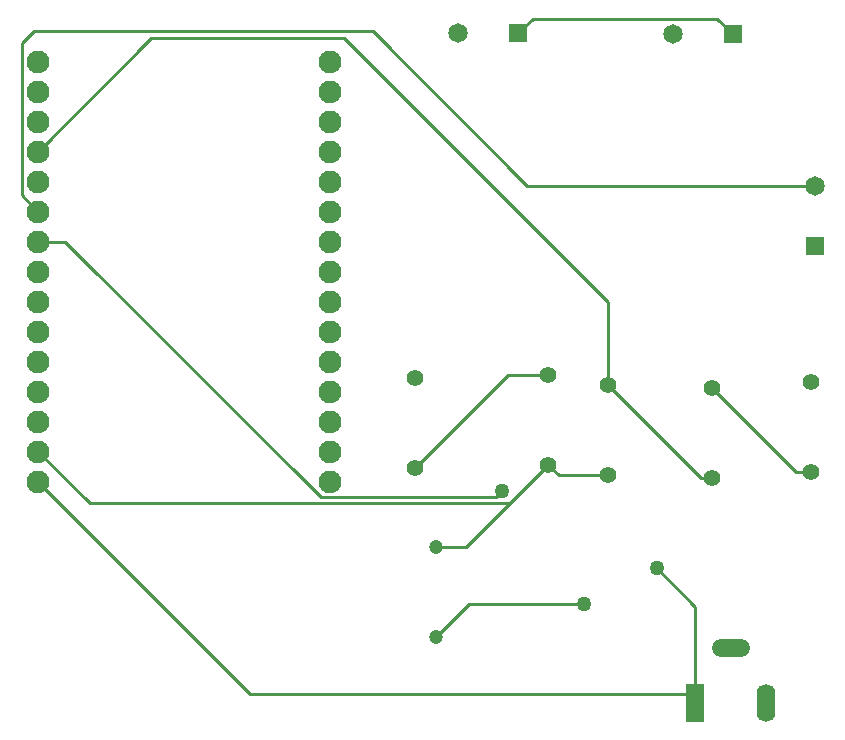
<source format=gbl>
G04*
G04 #@! TF.GenerationSoftware,Altium Limited,Altium Designer,23.2.1 (34)*
G04*
G04 Layer_Physical_Order=2*
G04 Layer_Color=16711680*
%FSLAX44Y44*%
%MOMM*%
G71*
G04*
G04 #@! TF.SameCoordinates,FBD9A347-9EDB-47C0-AAAE-CD2F767B64E6*
G04*
G04*
G04 #@! TF.FilePolarity,Positive*
G04*
G01*
G75*
%ADD13C,0.2540*%
G04:AMPARAMS|DCode=22|XSize=3.2mm|YSize=1.6mm|CornerRadius=0.8mm|HoleSize=0mm|Usage=FLASHONLY|Rotation=270.000|XOffset=0mm|YOffset=0mm|HoleType=Round|Shape=RoundedRectangle|*
%AMROUNDEDRECTD22*
21,1,3.2000,0.0000,0,0,270.0*
21,1,1.6000,1.6000,0,0,270.0*
1,1,1.6000,0.0000,-0.8000*
1,1,1.6000,0.0000,0.8000*
1,1,1.6000,0.0000,0.8000*
1,1,1.6000,0.0000,-0.8000*
%
%ADD22ROUNDEDRECTD22*%
%ADD23R,1.6000X3.2000*%
G04:AMPARAMS|DCode=24|XSize=1.6mm|YSize=3.2mm|CornerRadius=0.8mm|HoleSize=0mm|Usage=FLASHONLY|Rotation=270.000|XOffset=0mm|YOffset=0mm|HoleType=Round|Shape=RoundedRectangle|*
%AMROUNDEDRECTD24*
21,1,1.6000,1.6000,0,0,270.0*
21,1,0.0000,3.2000,0,0,270.0*
1,1,1.6000,-0.8000,0.0000*
1,1,1.6000,-0.8000,0.0000*
1,1,1.6000,0.8000,0.0000*
1,1,1.6000,0.8000,0.0000*
%
%ADD24ROUNDEDRECTD24*%
%ADD26C,1.2000*%
%ADD27C,1.9304*%
%ADD28R,1.6500X1.6500*%
%ADD29C,1.6500*%
%ADD30R,1.6500X1.6500*%
%ADD31C,1.4000*%
%ADD32C,1.2700*%
D13*
X725579Y829719D02*
X758190Y862330D01*
X688340Y792480D02*
X725579Y829719D01*
X882340Y668274D02*
Y742442D01*
Y660400D02*
Y668274D01*
X505836D02*
X882340D01*
X325849Y873661D02*
X369791Y829719D01*
X725579D01*
X662940Y792480D02*
X688340D01*
X901192Y1240028D02*
X914400Y1226820D01*
X744728Y1240028D02*
X901192D01*
X732790Y1228090D02*
X744728Y1240028D01*
X645160Y859790D02*
X723900Y938530D01*
X758190D01*
X690880Y744220D02*
X788162D01*
X662940Y716280D02*
X690880Y744220D01*
X325849Y1051461D02*
X349095D01*
X565757Y834799D01*
X713641D01*
X719074Y840232D01*
X850082Y774700D02*
X882340Y742442D01*
X758190Y862330D02*
X767080Y853440D01*
X808990D01*
X325849Y1127661D02*
X421960Y1223772D01*
X585216D01*
X808990Y999998D01*
Y929640D02*
Y999998D01*
Y929640D02*
X887730Y850900D01*
X896620D01*
Y927100D02*
X967740Y855980D01*
X980440D01*
X325849Y848261D02*
X505836Y668274D01*
X312166Y1090544D02*
X325849Y1076861D01*
X312166Y1090544D02*
Y1219200D01*
X322326Y1229360D01*
X609600D01*
X740410Y1098550D01*
X984250D01*
D22*
X942340Y660400D02*
D03*
D23*
X882340D02*
D03*
D24*
X912340Y707400D02*
D03*
D26*
X662940Y792480D02*
D03*
Y716280D02*
D03*
D27*
X325849Y1051461D02*
D03*
Y1203861D02*
D03*
Y1178461D02*
D03*
Y1153061D02*
D03*
Y1127661D02*
D03*
Y1102261D02*
D03*
Y1076861D02*
D03*
Y1026061D02*
D03*
Y1000661D02*
D03*
Y975261D02*
D03*
Y949861D02*
D03*
Y924461D02*
D03*
Y899061D02*
D03*
Y873661D02*
D03*
Y848261D02*
D03*
X573550Y1203861D02*
D03*
Y1178461D02*
D03*
Y1153061D02*
D03*
Y1127661D02*
D03*
Y1102261D02*
D03*
Y1076861D02*
D03*
Y1051461D02*
D03*
Y1026061D02*
D03*
Y1000661D02*
D03*
Y975261D02*
D03*
Y949861D02*
D03*
Y924461D02*
D03*
Y899061D02*
D03*
Y873661D02*
D03*
Y848261D02*
D03*
D28*
X732790Y1228090D02*
D03*
X914400Y1226820D02*
D03*
D29*
X681990Y1228090D02*
D03*
X984250Y1098550D02*
D03*
X863600Y1226820D02*
D03*
D30*
X984250Y1047750D02*
D03*
D31*
X980440Y932180D02*
D03*
Y855980D02*
D03*
X896620Y927100D02*
D03*
Y850900D02*
D03*
X808990Y929640D02*
D03*
Y853440D02*
D03*
X645160Y935990D02*
D03*
Y859790D02*
D03*
X758190Y938530D02*
D03*
Y862330D02*
D03*
D32*
X788162Y744220D02*
D03*
X719074Y840232D02*
D03*
X850082Y774700D02*
D03*
M02*

</source>
